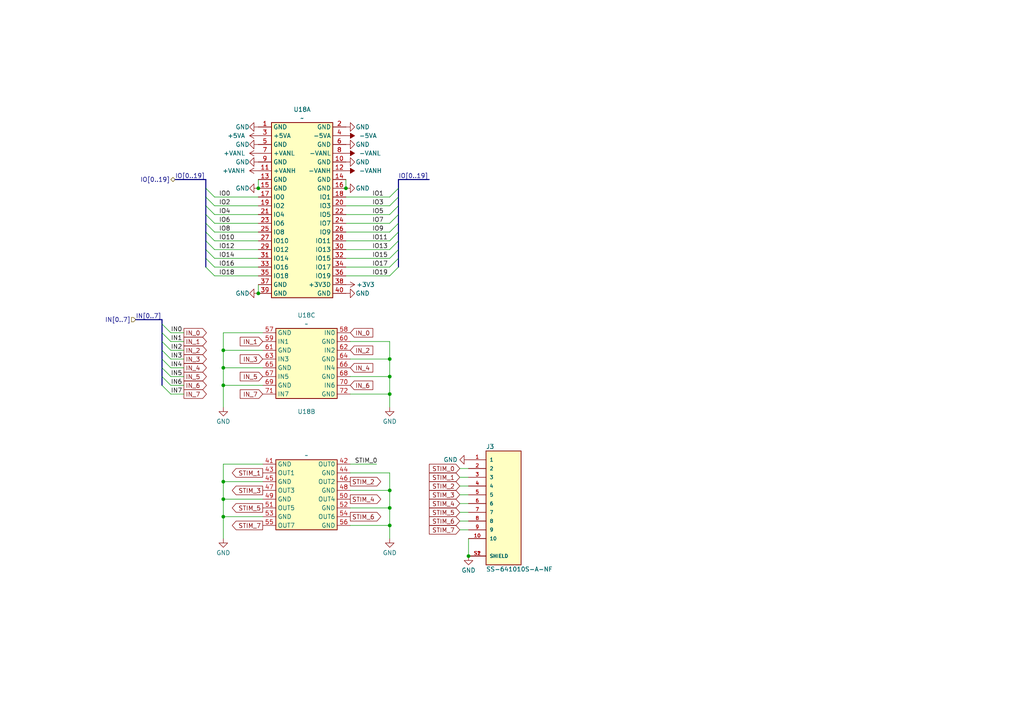
<source format=kicad_sch>
(kicad_sch (version 20250114) (generator "eeschema") (generator_version "9.0")
  (paper "A4")
  (lib_symbols
    (symbol "+VANH_1" (power) (pin_names (offset 0))
      (property "Value" "+VANH" (at 0 4.1331 0))
      (symbol "+VANH_1_0_1"
        (polyline (pts (xy -0.762 1.27) (xy 0 2.54)))
        (polyline (pts (xy 0 2.54) (xy 0.762 1.27)))
        (polyline (pts (xy 0 0) (xy 0 2.54)))
      )
      (symbol "+VANH_1_1_1"
        (pin power_in line (at 0 0 90) (length 0) (hide yes) (name "+VANH") (number "1"))
      )
    )
    (symbol "+VANL_1" (power) (pin_names (offset 0))
      (property "Value" "+VANL_1" (at 0 4.1331 0))
      (symbol "+VANL_1_0_1"
        (polyline (pts (xy -0.762 1.27) (xy 0 2.54)))
        (polyline (pts (xy 0 2.54) (xy 0.762 1.27)))
        (polyline (pts (xy 0 0) (xy 0 2.54)))
      )
      (symbol "+VANL_1_1_1"
        (pin power_in line (at 0 0 90) (length 0) (hide yes) (name "+VANL") (number "1"))
      )
    )
    (symbol "-VANH_1" (power) (pin_names (offset 0))
      (property "Value" "-VANH_1" (at 0 4.1331 0))
      (symbol "-VANH_1_0_1"
        (polyline (pts (xy 0 0) (xy 0 1.27) (xy 0.762 1.27) (xy 0 2.54) (xy -0.762 1.27) (xy 0 1.27)) (fill (type outline)))
      )
      (symbol "-VANH_1_1_0"
        (pin power_in line (at 0 0 90) (length 0) (hide yes) (name "-VANH") (number "1"))
      )
    )
    (symbol "-VANL_1" (power) (pin_names (offset 0))
      (property "Value" "-VANL_1" (at 0 4.1331 0))
      (symbol "-VANL_1_0_1"
        (polyline (pts (xy 0 0) (xy 0 1.27) (xy 0.762 1.27) (xy 0 2.54) (xy -0.762 1.27) (xy 0 1.27)) (fill (type outline)))
      )
      (symbol "-VANL_1_1_0"
        (pin power_in line (at 0 0 90) (length 0) (hide yes) (name "-VANL") (number "1"))
      )
    )
    (symbol "DAUGHTER_BOARD_1"
      (property "Reference" "U" (at 2.032 -3.81 0))
      (symbol "DAUGHTER_BOARD_1_1_1"
        (rectangle (start 0 50.8) (end 17.78 0) (stroke (width 0.254)) (fill (type background)))
        (pin passive line (at -3.81 49.53 0) (length 3.81) (name "GND") (number "1"))
        (pin power_in line (at -3.81 46.99 0) (length 3.81) (name "+5VA") (number "3"))
        (pin passive line (at -3.81 44.45 0) (length 3.81) (name "GND") (number "5"))
        (pin power_in line (at -3.81 41.91 0) (length 3.81) (name "+VANL") (number "7"))
        (pin passive line (at -3.81 39.37 0) (length 3.81) (name "GND") (number "9"))
        (pin power_in line (at -3.81 36.83 0) (length 3.81) (name "+VANH") (number "11"))
        (pin passive line (at -3.81 34.29 0) (length 3.81) (name "GND") (number "13"))
        (pin power_in line (at -3.81 31.75 0) (length 3.81) (name "GND") (number "15"))
        (pin bidirectional line (at -3.81 29.21 0) (length 3.81) (name "IO0") (number "17"))
        (pin bidirectional line (at -3.81 26.67 0) (length 3.81) (name "IO2") (number "19"))
        (pin bidirectional line (at -3.81 24.13 0) (length 3.81) (name "IO4") (number "21"))
        (pin bidirectional line (at -3.81 21.59 0) (length 3.81) (name "IO6") (number "23"))
        (pin bidirectional line (at -3.81 19.05 0) (length 3.81) (name "IO8") (number "25"))
        (pin bidirectional line (at -3.81 16.51 0) (length 3.81) (name "IO10") (number "27"))
        (pin bidirectional line (at -3.81 13.97 0) (length 3.81) (name "IO12") (number "29"))
        (pin bidirectional line (at -3.81 11.43 0) (length 3.81) (name "IO14") (number "31"))
        (pin bidirectional line (at -3.81 8.89 0) (length 3.81) (name "IO16") (number "33"))
        (pin bidirectional line (at -3.81 6.35 0) (length 3.81) (name "IO18") (number "35"))
        (pin passive line (at -3.81 3.81 0) (length 3.81) (name "GND") (number "37"))
        (pin passive line (at -3.81 1.27 0) (length 3.81) (name "GND") (number "39"))
        (pin passive line (at 21.59 49.53 180) (length 3.81) (name "GND") (number "2"))
        (pin power_in line (at 21.59 46.99 180) (length 3.81) (name "-5VA") (number "4"))
        (pin passive line (at 21.59 44.45 180) (length 3.81) (name "GND") (number "6"))
        (pin power_in line (at 21.59 41.91 180) (length 3.81) (name "-VANL") (number "8"))
        (pin passive line (at 21.59 39.37 180) (length 3.81) (name "GND") (number "10"))
        (pin power_in line (at 21.59 36.83 180) (length 3.81) (name "-VANH") (number "12"))
        (pin passive line (at 21.59 34.29 180) (length 3.81) (name "GND") (number "14"))
        (pin passive line (at 21.59 31.75 180) (length 3.81) (name "GND") (number "16"))
        (pin bidirectional line (at 21.59 29.21 180) (length 3.81) (name "IO1") (number "18"))
        (pin bidirectional line (at 21.59 26.67 180) (length 3.81) (name "IO3") (number "20"))
        (pin bidirectional line (at 21.59 24.13 180) (length 3.81) (name "IO5") (number "22"))
        (pin bidirectional line (at 21.59 21.59 180) (length 3.81) (name "IO7") (number "24"))
        (pin bidirectional line (at 21.59 19.05 180) (length 3.81) (name "IO9") (number "26"))
        (pin bidirectional line (at 21.59 16.51 180) (length 3.81) (name "IO11") (number "28"))
        (pin bidirectional line (at 21.59 13.97 180) (length 3.81) (name "IO13") (number "30"))
        (pin bidirectional line (at 21.59 11.43 180) (length 3.81) (name "IO15") (number "32"))
        (pin bidirectional line (at 21.59 8.89 180) (length 3.81) (name "IO17") (number "34"))
        (pin bidirectional line (at 21.59 6.35 180) (length 3.81) (name "IO19") (number "36"))
        (pin power_in line (at 21.59 3.81 180) (length 3.81) (name "+3V3D") (number "38"))
        (pin passive line (at 21.59 1.27 180) (length 3.81) (name "GND") (number "40"))
      )
      (symbol "DAUGHTER_BOARD_1_2_1"
        (rectangle (start 0 20.32) (end 17.78 0) (stroke (width 0.254)) (fill (type background)))
        (pin passive line (at -3.81 19.05 0) (length 3.81) (name "GND") (number "41"))
        (pin output line (at -3.81 16.51 0) (length 3.81) (name "OUT1") (number "43"))
        (pin passive line (at -3.81 13.97 0) (length 3.81) (name "GND") (number "45"))
        (pin output line (at -3.81 11.43 0) (length 3.81) (name "OUT3") (number "47"))
        (pin passive line (at -3.81 8.89 0) (length 3.81) (name "GND") (number "49"))
        (pin output line (at -3.81 6.35 0) (length 3.81) (name "OUT5") (number "51"))
        (pin passive line (at -3.81 3.81 0) (length 3.81) (name "GND") (number "53"))
        (pin output line (at -3.81 1.27 0) (length 3.81) (name "OUT7") (number "55"))
        (pin output line (at 21.59 19.05 180) (length 3.81) (name "OUT0") (number "42"))
        (pin passive line (at 21.59 16.51 180) (length 3.81) (name "GND") (number "44"))
        (pin output line (at 21.59 13.97 180) (length 3.81) (name "OUT2") (number "46"))
        (pin passive line (at 21.59 11.43 180) (length 3.81) (name "GND") (number "48"))
        (pin output line (at 21.59 8.89 180) (length 3.81) (name "OUT4") (number "50"))
        (pin passive line (at 21.59 6.35 180) (length 3.81) (name "GND") (number "52"))
        (pin output line (at 21.59 3.81 180) (length 3.81) (name "OUT6") (number "54"))
        (pin passive line (at 21.59 1.27 180) (length 3.81) (name "GND") (number "56"))
      )
      (symbol "DAUGHTER_BOARD_1_3_1"
        (rectangle (start 0 20.32) (end 17.78 0) (stroke (width 0.254)) (fill (type background)))
        (pin passive line (at -3.81 19.05 0) (length 3.81) (name "GND") (number "57"))
        (pin input line (at -3.81 16.51 0) (length 3.81) (name "IN1") (number "59"))
        (pin passive line (at -3.81 13.97 0) (length 3.81) (name "GND") (number "61"))
        (pin input line (at -3.81 11.43 0) (length 3.81) (name "IN3") (number "63"))
        (pin passive line (at -3.81 8.89 0) (length 3.81) (name "GND") (number "65"))
        (pin input line (at -3.81 6.35 0) (length 3.81) (name "IN5") (number "67"))
        (pin passive line (at -3.81 3.81 0) (length 3.81) (name "GND") (number "69"))
        (pin input line (at -3.81 1.27 0) (length 3.81) (name "IN7") (number "71"))
        (pin input line (at 21.59 19.05 180) (length 3.81) (name "IN0") (number "58"))
        (pin passive line (at 21.59 16.51 180) (length 3.81) (name "GND") (number "60"))
        (pin input line (at 21.59 13.97 180) (length 3.81) (name "IN2") (number "62"))
        (pin passive line (at 21.59 11.43 180) (length 3.81) (name "GND") (number "64"))
        (pin input line (at 21.59 8.89 180) (length 3.81) (name "IN4") (number "66"))
        (pin passive line (at 21.59 6.35 180) (length 3.81) (name "GND") (number "68"))
        (pin input line (at 21.59 3.81 180) (length 3.81) (name "IN6") (number "70"))
        (pin passive line (at 21.59 1.27 180) (length 3.81) (name "GND") (number "72"))
      )
    )
    (symbol "DAUGHTER_BOARD_2"
      (property "Reference" "U" (at 2.032 -3.81 0))
      (symbol "DAUGHTER_BOARD_2_1_1"
        (rectangle (start 0 50.8) (end 17.78 0) (stroke (width 0.254)) (fill (type background)))
        (pin passive line (at -3.81 49.53 0) (length 3.81) (name "GND") (number "1"))
        (pin power_in line (at -3.81 46.99 0) (length 3.81) (name "+5VA") (number "3"))
        (pin passive line (at -3.81 44.45 0) (length 3.81) (name "GND") (number "5"))
        (pin power_in line (at -3.81 41.91 0) (length 3.81) (name "+VANL") (number "7"))
        (pin passive line (at -3.81 39.37 0) (length 3.81) (name "GND") (number "9"))
        (pin power_in line (at -3.81 36.83 0) (length 3.81) (name "+VANH") (number "11"))
        (pin passive line (at -3.81 34.29 0) (length 3.81) (name "GND") (number "13"))
        (pin power_in line (at -3.81 31.75 0) (length 3.81) (name "GND") (number "15"))
        (pin bidirectional line (at -3.81 29.21 0) (length 3.81) (name "IO0") (number "17"))
        (pin bidirectional line (at -3.81 26.67 0) (length 3.81) (name "IO2") (number "19"))
        (pin bidirectional line (at -3.81 24.13 0) (length 3.81) (name "IO4") (number "21"))
        (pin bidirectional line (at -3.81 21.59 0) (length 3.81) (name "IO6") (number "23"))
        (pin bidirectional line (at -3.81 19.05 0) (length 3.81) (name "IO8") (number "25"))
        (pin bidirectional line (at -3.81 16.51 0) (length 3.81) (name "IO10") (number "27"))
        (pin bidirectional line (at -3.81 13.97 0) (length 3.81) (name "IO12") (number "29"))
        (pin bidirectional line (at -3.81 11.43 0) (length 3.81) (name "IO14") (number "31"))
        (pin bidirectional line (at -3.81 8.89 0) (length 3.81) (name "IO16") (number "33"))
        (pin bidirectional line (at -3.81 6.35 0) (length 3.81) (name "IO18") (number "35"))
        (pin passive line (at -3.81 3.81 0) (length 3.81) (name "GND") (number "37"))
        (pin passive line (at -3.81 1.27 0) (length 3.81) (name "GND") (number "39"))
        (pin passive line (at 21.59 49.53 180) (length 3.81) (name "GND") (number "2"))
        (pin power_in line (at 21.59 46.99 180) (length 3.81) (name "-5VA") (number "4"))
        (pin passive line (at 21.59 44.45 180) (length 3.81) (name "GND") (number "6"))
        (pin power_in line (at 21.59 41.91 180) (length 3.81) (name "-VANL") (number "8"))
        (pin passive line (at 21.59 39.37 180) (length 3.81) (name "GND") (number "10"))
        (pin power_in line (at 21.59 36.83 180) (length 3.81) (name "-VANH") (number "12"))
        (pin passive line (at 21.59 34.29 180) (length 3.81) (name "GND") (number "14"))
        (pin passive line (at 21.59 31.75 180) (length 3.81) (name "GND") (number "16"))
        (pin bidirectional line (at 21.59 29.21 180) (length 3.81) (name "IO1") (number "18"))
        (pin bidirectional line (at 21.59 26.67 180) (length 3.81) (name "IO3") (number "20"))
        (pin bidirectional line (at 21.59 24.13 180) (length 3.81) (name "IO5") (number "22"))
        (pin bidirectional line (at 21.59 21.59 180) (length 3.81) (name "IO7") (number "24"))
        (pin bidirectional line (at 21.59 19.05 180) (length 3.81) (name "IO9") (number "26"))
        (pin bidirectional line (at 21.59 16.51 180) (length 3.81) (name "IO11") (number "28"))
        (pin bidirectional line (at 21.59 13.97 180) (length 3.81) (name "IO13") (number "30"))
        (pin bidirectional line (at 21.59 11.43 180) (length 3.81) (name "IO15") (number "32"))
        (pin bidirectional line (at 21.59 8.89 180) (length 3.81) (name "IO17") (number "34"))
        (pin bidirectional line (at 21.59 6.35 180) (length 3.81) (name "IO19") (number "36"))
        (pin power_in line (at 21.59 3.81 180) (length 3.81) (name "+5VD") (number "38"))
        (pin passive line (at 21.59 1.27 180) (length 3.81) (name "GND") (number "40"))
      )
      (symbol "DAUGHTER_BOARD_2_2_1"
        (rectangle (start 0 20.32) (end 17.78 0) (stroke (width 0.254)) (fill (type background)))
        (pin passive line (at -3.81 19.05 0) (length 3.81) (name "GND") (number "41"))
        (pin output line (at -3.81 16.51 0) (length 3.81) (name "OUT1") (number "43"))
        (pin passive line (at -3.81 13.97 0) (length 3.81) (name "GND") (number "45"))
        (pin output line (at -3.81 11.43 0) (length 3.81) (name "OUT3") (number "47"))
        (pin passive line (at -3.81 8.89 0) (length 3.81) (name "GND") (number "49"))
        (pin output line (at -3.81 6.35 0) (length 3.81) (name "OUT5") (number "51"))
        (pin passive line (at -3.81 3.81 0) (length 3.81) (name "GND") (number "53"))
        (pin output line (at -3.81 1.27 0) (length 3.81) (name "OUT7") (number "55"))
        (pin output line (at 21.59 19.05 180) (length 3.81) (name "OUT0") (number "42"))
        (pin passive line (at 21.59 16.51 180) (length 3.81) (name "GND") (number "44"))
        (pin output line (at 21.59 13.97 180) (length 3.81) (name "OUT2") (number "46"))
        (pin passive line (at 21.59 11.43 180) (length 3.81) (name "GND") (number "48"))
        (pin output line (at 21.59 8.89 180) (length 3.81) (name "OUT4") (number "50"))
        (pin passive line (at 21.59 6.35 180) (length 3.81) (name "GND") (number "52"))
        (pin output line (at 21.59 3.81 180) (length 3.81) (name "OUT6") (number "54"))
        (pin passive line (at 21.59 1.27 180) (length 3.81) (name "GND") (number "56"))
      )
      (symbol "DAUGHTER_BOARD_2_3_1"
        (rectangle (start 0 20.32) (end 17.78 0) (stroke (width 0.254)) (fill (type background)))
        (pin passive line (at -3.81 19.05 0) (length 3.81) (name "GND") (number "57"))
        (pin input line (at -3.81 16.51 0) (length 3.81) (name "IN1") (number "59"))
        (pin passive line (at -3.81 13.97 0) (length 3.81) (name "GND") (number "61"))
        (pin input line (at -3.81 11.43 0) (length 3.81) (name "IN3") (number "63"))
        (pin passive line (at -3.81 8.89 0) (length 3.81) (name "GND") (number "65"))
        (pin input line (at -3.81 6.35 0) (length 3.81) (name "IN5") (number "67"))
        (pin passive line (at -3.81 3.81 0) (length 3.81) (name "GND") (number "69"))
        (pin input line (at -3.81 1.27 0) (length 3.81) (name "IN7") (number "71"))
        (pin input line (at 21.59 19.05 180) (length 3.81) (name "IN0") (number "58"))
        (pin passive line (at 21.59 16.51 180) (length 3.81) (name "GND") (number "60"))
        (pin input line (at 21.59 13.97 180) (length 3.81) (name "IN2") (number "62"))
        (pin passive line (at 21.59 11.43 180) (length 3.81) (name "GND") (number "64"))
        (pin input line (at 21.59 8.89 180) (length 3.81) (name "IN4") (number "66"))
        (pin passive line (at 21.59 6.35 180) (length 3.81) (name "GND") (number "68"))
        (pin input line (at 21.59 3.81 180) (length 3.81) (name "IN6") (number "70"))
        (pin passive line (at 21.59 1.27 180) (length 3.81) (name "GND") (number "72"))
      )
    )
    (symbol "SS-641010S-A-NF:SS-641010S-A-NF" (pin_names (offset 1.016))
      (property "Reference" "J" (at -5.08 16.51 0))
      (property "Value" "SS-641010S-A-NF" (at -5.08 -19.05 0))
      (symbol "SS-641010S-A-NF_0_0"
        (rectangle (start -5.08 -17.78) (end 5.08 15.24) (stroke (width 0.254)) (fill (type background)))
        (pin passive line (at -10.16 12.7 0) (length 5.08) (name "1") (number "1"))
        (pin passive line (at -10.16 10.16 0) (length 5.08) (name "2") (number "2"))
        (pin passive line (at -10.16 7.62 0) (length 5.08) (name "3") (number "3"))
        (pin passive line (at -10.16 5.08 0) (length 5.08) (name "4") (number "4"))
        (pin passive line (at -10.16 2.54 0) (length 5.08) (name "5") (number "5"))
        (pin passive line (at -10.16 0 0) (length 5.08) (name "6") (number "6"))
        (pin passive line (at -10.16 -2.54 0) (length 5.08) (name "7") (number "7"))
        (pin passive line (at -10.16 -5.08 0) (length 5.08) (name "8") (number "8"))
        (pin passive line (at -10.16 -7.62 0) (length 5.08) (name "9") (number "9"))
        (pin passive line (at -10.16 -10.16 0) (length 5.08) (name "10") (number "10"))
        (pin passive line (at -10.16 -15.24 0) (length 5.08) (name "SHIELD") (number "S1"))
        (pin passive line (at -10.16 -15.24 0) (length 5.08) (name "SHIELD") (number "S2"))
      )
    )
    (symbol "TWIST_V2_lib:DAUGHTER_BOARD"
      (property "Reference" "U" (at 2.032 -3.81 0))
      (symbol "DAUGHTER_BOARD_1_1"
        (rectangle (start 0 50.8) (end 17.78 0) (stroke (width 0.254)) (fill (type background)))
        (pin passive line (at -3.81 49.53 0) (length 3.81) (name "GND") (number "1"))
        (pin power_in line (at -3.81 46.99 0) (length 3.81) (name "+5VA") (number "3"))
        (pin passive line (at -3.81 44.45 0) (length 3.81) (name "GND") (number "5"))
        (pin power_in line (at -3.81 41.91 0) (length 3.81) (name "+VANL") (number "7"))
        (pin passive line (at -3.81 39.37 0) (length 3.81) (name "GND") (number "9"))
        (pin power_in line (at -3.81 36.83 0) (length 3.81) (name "+VANH") (number "11"))
        (pin passive line (at -3.81 34.29 0) (length 3.81) (name "GND") (number "13"))
        (pin power_in line (at -3.81 31.75 0) (length 3.81) (name "GND") (number "15"))
        (pin bidirectional line (at -3.81 29.21 0) (length 3.81) (name "IO0") (number "17"))
        (pin bidirectional line (at -3.81 26.67 0) (length 3.81) (name "IO2") (number "19"))
        (pin bidirectional line (at -3.81 24.13 0) (length 3.81) (name "IO4") (number "21"))
        (pin bidirectional line (at -3.81 21.59 0) (length 3.81) (name "IO6") (number "23"))
        (pin bidirectional line (at -3.81 19.05 0) (length 3.81) (name "IO8") (number "25"))
        (pin bidirectional line (at -3.81 16.51 0) (length 3.81) (name "IO10") (number "27"))
        (pin bidirectional line (at -3.81 13.97 0) (length 3.81) (name "IO12") (number "29"))
        (pin bidirectional line (at -3.81 11.43 0) (length 3.81) (name "IO14") (number "31"))
        (pin bidirectional line (at -3.81 8.89 0) (length 3.81) (name "IO16") (number "33"))
        (pin bidirectional line (at -3.81 6.35 0) (length 3.81) (name "IO18") (number "35"))
        (pin passive line (at -3.81 3.81 0) (length 3.81) (name "GND") (number "37"))
        (pin passive line (at -3.81 1.27 0) (length 3.81) (name "GND") (number "39"))
        (pin passive line (at 21.59 49.53 180) (length 3.81) (name "GND") (number "2"))
        (pin power_in line (at 21.59 46.99 180) (length 3.81) (name "-5VA") (number "4"))
        (pin passive line (at 21.59 44.45 180) (length 3.81) (name "GND") (number "6"))
        (pin power_in line (at 21.59 41.91 180) (length 3.81) (name "-VANL") (number "8"))
        (pin passive line (at 21.59 39.37 180) (length 3.81) (name "GND") (number "10"))
        (pin power_in line (at 21.59 36.83 180) (length 3.81) (name "-VANH") (number "12"))
        (pin passive line (at 21.59 34.29 180) (length 3.81) (name "GND") (number "14"))
        (pin passive line (at 21.59 31.75 180) (length 3.81) (name "GND") (number "16"))
        (pin bidirectional line (at 21.59 29.21 180) (length 3.81) (name "IO1") (number "18"))
        (pin bidirectional line (at 21.59 26.67 180) (length 3.81) (name "IO3") (number "20"))
        (pin bidirectional line (at 21.59 24.13 180) (length 3.81) (name "IO5") (number "22"))
        (pin bidirectional line (at 21.59 21.59 180) (length 3.81) (name "IO7") (number "24"))
        (pin bidirectional line (at 21.59 19.05 180) (length 3.81) (name "IO9") (number "26"))
        (pin bidirectional line (at 21.59 16.51 180) (length 3.81) (name "IO11") (number "28"))
        (pin bidirectional line (at 21.59 13.97 180) (length 3.81) (name "IO13") (number "30"))
        (pin bidirectional line (at 21.59 11.43 180) (length 3.81) (name "IO15") (number "32"))
        (pin bidirectional line (at 21.59 8.89 180) (length 3.81) (name "IO17") (number "34"))
        (pin bidirectional line (at 21.59 6.35 180) (length 3.81) (name "IO19") (number "36"))
        (pin power_in line (at 21.59 3.81 180) (length 3.81) (name "+5VD") (number "38"))
        (pin passive line (at 21.59 1.27 180) (length 3.81) (name "GND") (number "40"))
      )
      (symbol "DAUGHTER_BOARD_2_1"
        (rectangle (start 0 20.32) (end 17.78 0) (stroke (width 0.254)) (fill (type background)))
        (pin passive line (at -3.81 19.05 0) (length 3.81) (name "GND") (number "41"))
        (pin output line (at -3.81 16.51 0) (length 3.81) (name "OUT1") (number "43"))
        (pin passive line (at -3.81 13.97 0) (length 3.81) (name "GND") (number "45"))
        (pin output line (at -3.81 11.43 0) (length 3.81) (name "OUT3") (number "47"))
        (pin passive line (at -3.81 8.89 0) (length 3.81) (name "GND") (number "49"))
        (pin output line (at -3.81 6.35 0) (length 3.81) (name "OUT5") (number "51"))
        (pin passive line (at -3.81 3.81 0) (length 3.81) (name "GND") (number "53"))
        (pin output line (at -3.81 1.27 0) (length 3.81) (name "OUT7") (number "55"))
        (pin output line (at 21.59 19.05 180) (length 3.81) (name "OUT0") (number "42"))
        (pin passive line (at 21.59 16.51 180) (length 3.81) (name "GND") (number "44"))
        (pin output line (at 21.59 13.97 180) (length 3.81) (name "OUT2") (number "46"))
        (pin passive line (at 21.59 11.43 180) (length 3.81) (name "GND") (number "8"))
        (pin output line (at 21.59 8.89 180) (length 3.81) (name "OUT4") (number "50"))
        (pin passive line (at 21.59 6.35 180) (length 3.81) (name "GND") (number "52"))
        (pin output line (at 21.59 3.81 180) (length 3.81) (name "OUT6") (number "54"))
        (pin passive line (at 21.59 1.27 180) (length 3.81) (name "GND") (number "56"))
      )
      (symbol "DAUGHTER_BOARD_3_1"
        (rectangle (start 0 20.32) (end 17.78 0) (stroke (width 0.254)) (fill (type background)))
        (pin passive line (at -3.81 19.05 0) (length 3.81) (name "GND") (number "57"))
        (pin input line (at -3.81 16.51 0) (length 3.81) (name "IN1") (number "59"))
        (pin passive line (at -3.81 13.97 0) (length 3.81) (name "GND") (number "61"))
        (pin input line (at -3.81 11.43 0) (length 3.81) (name "IN3") (number "63"))
        (pin passive line (at -3.81 8.89 0) (length 3.81) (name "GND") (number "65"))
        (pin input line (at -3.81 6.35 0) (length 3.81) (name "IN5") (number "67"))
        (pin passive line (at -3.81 3.81 0) (length 3.81) (name "GND") (number "69"))
        (pin input line (at -3.81 1.27 0) (length 3.81) (name "IN7") (number "71"))
        (pin input line (at 21.59 19.05 180) (length 3.81) (name "IN0") (number "58"))
        (pin passive line (at 21.59 16.51 180) (length 3.81) (name "GND") (number "60"))
        (pin input line (at 21.59 13.97 180) (length 3.81) (name "IN2") (number "62"))
        (pin passive line (at 21.59 11.43 180) (length 3.81) (name "GND") (number "64"))
        (pin input line (at 21.59 8.89 180) (length 3.81) (name "IN4") (number "66"))
        (pin passive line (at 21.59 6.35 180) (length 3.81) (name "GND") (number "68"))
        (pin input line (at 21.59 3.81 180) (length 3.81) (name "IN6") (number "70"))
        (pin passive line (at 21.59 1.27 180) (length 3.81) (name "GND") (number "72"))
      )
    )
    (symbol "power:+3V3D" (power) (pin_names (offset 0))
      (property "Value" "+3V3D" (at 0 3.556 0))
      (symbol "+3V3D_0_1"
        (polyline (pts (xy -0.762 1.27) (xy 0 2.54)))
        (polyline (pts (xy 0 2.54) (xy 0.762 1.27)))
        (polyline (pts (xy 0 0) (xy 0 2.54)))
      )
      (symbol "+3V3D_1_1"
        (pin power_in line (at 0 0 90) (length 0) (hide yes) (name "+3V3") (number "1"))
      )
    )
    (symbol "power:+5VA" (power) (pin_names (offset 0))
      (property "Value" "+5VA" (at 0 3.556 0))
      (symbol "+5VA_0_1"
        (polyline (pts (xy -0.762 1.27) (xy 0 2.54)))
        (polyline (pts (xy 0 2.54) (xy 0.762 1.27)))
        (polyline (pts (xy 0 0) (xy 0 2.54)))
      )
      (symbol "+5VA_1_1"
        (pin power_in line (at 0 0 90) (length 0) (hide yes) (name "+5VA") (number "1"))
      )
    )
    (symbol "power:-5VA" (power) (pin_names (offset 0))
      (property "Value" "-5VA" (at 0 3.81 0))
      (symbol "-5VA_0_0"
        (pin power_in line (at 0 0 90) (length 0) (hide yes) (name "-5VA") (number "1"))
      )
      (symbol "-5VA_0_1"
        (polyline (pts (xy 0 0) (xy 0 1.27) (xy 0.762 1.27) (xy 0 2.54) (xy -0.762 1.27) (xy 0 1.27)) (fill (type outline)))
      )
    )
    (symbol "power:GND" (power) (pin_names (offset 0))
      (property "Value" "GND" (at 0 -3.81 0))
      (symbol "GND_0_1"
        (polyline (pts (xy 0 0) (xy 0 -1.27) (xy 1.27 -1.27) (xy 0 -2.54) (xy -1.27 -1.27) (xy 0 -1.27)))
      )
      (symbol "GND_1_1"
        (pin power_in line (at 0 0 270) (length 0) (hide yes) (name "GND") (number "1"))
      )
    )
  )
  (junction (at 64.77 106.68))
  (junction (at 135.89 161.29))
  (junction (at 64.77 111.76))
  (junction (at 74.93 85.09))
  (junction (at 113.03 147.32))
  (junction (at 64.77 101.6))
  (junction (at 113.03 152.4))
  (junction (at 64.77 139.7))
  (junction (at 113.03 142.24))
  (junction (at 113.03 109.22))
  (junction (at 100.33 54.61))
  (junction (at 64.77 149.86))
  (junction (at 74.93 54.61))
  (junction (at 113.03 104.14))
  (junction (at 113.03 114.3))
  (junction (at 64.77 144.78))
  (bus_entry (at 113.03 57.15) (size 2.54 -2.54))
  (bus_entry (at 113.03 80.01) (size 2.54 -2.54))
  (bus_entry (at 59.69 59.69) (size 2.54 2.54))
  (bus_entry (at 59.69 54.61) (size 2.54 2.54))
  (bus_entry (at 59.69 69.85) (size 2.54 2.54))
  (bus_entry (at 59.69 62.23) (size 2.54 2.54))
  (bus_entry (at 46.99 101.6) (size 2.54 2.54))
  (bus_entry (at 59.69 57.15) (size 2.54 2.54))
  (bus_entry (at 46.99 93.98) (size 2.54 2.54))
  (bus_entry (at 46.99 111.76) (size 2.54 2.54))
  (bus_entry (at 59.69 67.31) (size 2.54 2.54))
  (bus_entry (at 113.03 64.77) (size 2.54 -2.54))
  (bus_entry (at 113.03 59.69) (size 2.54 -2.54))
  (bus_entry (at 59.69 74.93) (size 2.54 2.54))
  (bus_entry (at 46.99 104.14) (size 2.54 2.54))
  (bus_entry (at 59.69 64.77) (size 2.54 2.54))
  (bus_entry (at 46.99 109.22) (size 2.54 2.54))
  (bus_entry (at 113.03 77.47) (size 2.54 -2.54))
  (bus_entry (at 113.03 67.31) (size 2.54 -2.54))
  (bus_entry (at 59.69 77.47) (size 2.54 2.54))
  (bus_entry (at 46.99 99.06) (size 2.54 2.54))
  (bus_entry (at 113.03 72.39) (size 2.54 -2.54))
  (bus_entry (at 59.69 72.39) (size 2.54 2.54))
  (bus_entry (at 46.99 96.52) (size 2.54 2.54))
  (bus_entry (at 113.03 69.85) (size 2.54 -2.54))
  (bus_entry (at 46.99 106.68) (size 2.54 2.54))
  (bus_entry (at 113.03 62.23) (size 2.54 -2.54))
  (bus_entry (at 113.03 74.93) (size 2.54 -2.54))
  (bus (pts (xy 59.69 64.77) (xy 59.69 67.31)))
  (wire (pts (xy 64.77 101.6) (xy 64.77 106.68)))
  (wire (pts (xy 100.33 52.07) (xy 100.33 54.61)))
  (wire (pts (xy 100.33 72.39) (xy 113.03 72.39)))
  (wire (pts (xy 49.53 96.52) (xy 53.34 96.52)))
  (wire (pts (xy 133.35 143.51) (xy 135.89 143.51)))
  (bus (pts (xy 46.99 106.68) (xy 46.99 109.22)))
  (bus (pts (xy 39.37 92.71) (xy 46.99 92.71)))
  (wire (pts (xy 62.23 62.23) (xy 74.93 62.23)))
  (wire (pts (xy 62.23 74.93) (xy 74.93 74.93)))
  (bus (pts (xy 59.69 52.07) (xy 59.69 54.61)))
  (wire (pts (xy 100.33 64.77) (xy 113.03 64.77)))
  (wire (pts (xy 62.23 57.15) (xy 74.93 57.15)))
  (wire (pts (xy 100.33 77.47) (xy 113.03 77.47)))
  (wire (pts (xy 113.03 109.22) (xy 113.03 114.3)))
  (bus (pts (xy 115.57 67.31) (xy 115.57 69.85)))
  (wire (pts (xy 101.6 137.16) (xy 113.03 137.16)))
  (wire (pts (xy 101.6 147.32) (xy 113.03 147.32)))
  (bus (pts (xy 46.99 101.6) (xy 46.99 104.14)))
  (bus (pts (xy 59.69 72.39) (xy 59.69 74.93)))
  (wire (pts (xy 64.77 106.68) (xy 64.77 111.76)))
  (wire (pts (xy 64.77 139.7) (xy 64.77 144.78)))
  (wire (pts (xy 62.23 72.39) (xy 74.93 72.39)))
  (wire (pts (xy 101.6 134.62) (xy 109.22 134.62)))
  (wire (pts (xy 135.89 156.21) (xy 135.89 161.29)))
  (wire (pts (xy 49.53 106.68) (xy 53.34 106.68)))
  (wire (pts (xy 49.53 111.76) (xy 53.34 111.76)))
  (wire (pts (xy 64.77 149.86) (xy 64.77 156.21)))
  (wire (pts (xy 62.23 80.01) (xy 74.93 80.01)))
  (wire (pts (xy 62.23 59.69) (xy 74.93 59.69)))
  (bus (pts (xy 59.69 59.69) (xy 59.69 62.23)))
  (wire (pts (xy 49.53 114.3) (xy 53.34 114.3)))
  (bus (pts (xy 115.57 72.39) (xy 115.57 74.93)))
  (wire (pts (xy 100.33 59.69) (xy 113.03 59.69)))
  (wire (pts (xy 101.6 109.22) (xy 113.03 109.22)))
  (wire (pts (xy 100.33 62.23) (xy 113.03 62.23)))
  (bus (pts (xy 59.69 54.61) (xy 59.69 57.15)))
  (wire (pts (xy 133.35 148.59) (xy 135.89 148.59)))
  (bus (pts (xy 115.57 57.15) (xy 115.57 59.69)))
  (wire (pts (xy 133.35 146.05) (xy 135.89 146.05)))
  (wire (pts (xy 133.35 135.89) (xy 135.89 135.89)))
  (bus (pts (xy 59.69 57.15) (xy 59.69 59.69)))
  (wire (pts (xy 113.03 142.24) (xy 113.03 147.32)))
  (wire (pts (xy 101.6 142.24) (xy 113.03 142.24)))
  (bus (pts (xy 59.69 69.85) (xy 59.69 72.39)))
  (bus (pts (xy 115.57 52.07) (xy 115.57 54.61)))
  (wire (pts (xy 133.35 153.67) (xy 135.89 153.67)))
  (wire (pts (xy 101.6 99.06) (xy 113.03 99.06)))
  (wire (pts (xy 64.77 96.52) (xy 64.77 101.6)))
  (wire (pts (xy 113.03 152.4) (xy 113.03 156.21)))
  (bus (pts (xy 115.57 59.69) (xy 115.57 62.23)))
  (wire (pts (xy 113.03 99.06) (xy 113.03 104.14)))
  (wire (pts (xy 49.53 99.06) (xy 53.34 99.06)))
  (wire (pts (xy 62.23 77.47) (xy 74.93 77.47)))
  (bus (pts (xy 115.57 74.93) (xy 115.57 77.47)))
  (bus (pts (xy 46.99 93.98) (xy 46.99 96.52)))
  (wire (pts (xy 101.6 104.14) (xy 113.03 104.14)))
  (bus (pts (xy 46.99 92.71) (xy 46.99 93.98)))
  (wire (pts (xy 100.33 57.15) (xy 113.03 57.15)))
  (bus (pts (xy 115.57 54.61) (xy 115.57 57.15)))
  (bus (pts (xy 46.99 99.06) (xy 46.99 101.6)))
  (wire (pts (xy 100.33 67.31) (xy 113.03 67.31)))
  (bus (pts (xy 46.99 104.14) (xy 46.99 106.68)))
  (wire (pts (xy 133.35 140.97) (xy 135.89 140.97)))
  (bus (pts (xy 115.57 62.23) (xy 115.57 64.77)))
  (wire (pts (xy 62.23 69.85) (xy 74.93 69.85)))
  (wire (pts (xy 64.77 144.78) (xy 76.2 144.78)))
  (wire (pts (xy 101.6 152.4) (xy 113.03 152.4)))
  (wire (pts (xy 74.93 82.55) (xy 74.93 85.09)))
  (bus (pts (xy 115.57 64.77) (xy 115.57 67.31)))
  (wire (pts (xy 62.23 67.31) (xy 74.93 67.31)))
  (wire (pts (xy 101.6 114.3) (xy 113.03 114.3)))
  (bus (pts (xy 59.69 74.93) (xy 59.69 77.47)))
  (wire (pts (xy 113.03 137.16) (xy 113.03 142.24)))
  (wire (pts (xy 100.33 69.85) (xy 113.03 69.85)))
  (bus (pts (xy 59.69 67.31) (xy 59.69 69.85)))
  (wire (pts (xy 100.33 80.01) (xy 113.03 80.01)))
  (wire (pts (xy 113.03 114.3) (xy 113.03 118.11)))
  (wire (pts (xy 64.77 139.7) (xy 76.2 139.7)))
  (wire (pts (xy 49.53 101.6) (xy 53.34 101.6)))
  (wire (pts (xy 64.77 96.52) (xy 76.2 96.52)))
  (wire (pts (xy 64.77 134.62) (xy 76.2 134.62)))
  (wire (pts (xy 62.23 64.77) (xy 74.93 64.77)))
  (wire (pts (xy 76.2 149.86) (xy 64.77 149.86)))
  (wire (pts (xy 74.93 52.07) (xy 74.93 54.61)))
  (wire (pts (xy 100.33 74.93) (xy 113.03 74.93)))
  (bus (pts (xy 46.99 96.52) (xy 46.99 99.06)))
  (wire (pts (xy 76.2 111.76) (xy 64.77 111.76)))
  (wire (pts (xy 64.77 101.6) (xy 76.2 101.6)))
  (wire (pts (xy 113.03 104.14) (xy 113.03 109.22)))
  (bus (pts (xy 115.57 52.07) (xy 124.46 52.07)))
  (wire (pts (xy 133.35 138.43) (xy 135.89 138.43)))
  (wire (pts (xy 64.77 134.62) (xy 64.77 139.7)))
  (bus (pts (xy 50.8 52.07) (xy 59.69 52.07)))
  (wire (pts (xy 49.53 104.14) (xy 53.34 104.14)))
  (wire (pts (xy 64.77 144.78) (xy 64.77 149.86)))
  (bus (pts (xy 115.57 69.85) (xy 115.57 72.39)))
  (wire (pts (xy 64.77 106.68) (xy 76.2 106.68)))
  (wire (pts (xy 64.77 111.76) (xy 64.77 118.11)))
  (wire (pts (xy 113.03 147.32) (xy 113.03 152.4)))
  (bus (pts (xy 46.99 109.22) (xy 46.99 111.76)))
  (wire (pts (xy 133.35 151.13) (xy 135.89 151.13)))
  (wire (pts (xy 49.53 109.22) (xy 53.34 109.22)))
  (bus (pts (xy 59.69 62.23) (xy 59.69 64.77)))
  (label "IO7" (at 107.95 64.77 0))
  (label "IO6" (at 63.5 64.77 0))
  (label "IO19" (at 107.95 80.01 0))
  (label "IO4" (at 63.5 62.23 0))
  (label "IO16" (at 63.5 77.47 0))
  (label "IN0" (at 49.53 96.52 0))
  (label "IO13" (at 107.95 72.39 0))
  (label "IO15" (at 107.95 74.93 0))
  (label "IO14" (at 63.5 74.93 0))
  (label "IO17" (at 107.95 77.47 0))
  (label "IN3" (at 49.53 104.14 0))
  (label "IO12" (at 63.5 72.39 0))
  (label "STIM_0" (at 102.87 134.62 0))
  (label "IO[0..19]" (at 50.8 52.07 0))
  (label "IN2" (at 49.53 101.6 0))
  (label "IO9" (at 107.95 67.31 0))
  (label "IN1" (at 49.53 99.06 0))
  (label "IO8" (at 63.5 67.31 0))
  (label "IO10" (at 63.5 69.85 0))
  (label "IN6" (at 49.53 111.76 0))
  (label "IO11" (at 107.95 69.85 0))
  (label "IO0" (at 63.5 57.15 0))
  (label "IN[0..7]" (at 39.37 92.71 0))
  (label "IO5" (at 107.95 62.23 0))
  (label "IO[0..19]" (at 115.57 52.07 0))
  (label "IO3" (at 107.95 59.69 0))
  (label "IN4" (at 49.53 106.68 0))
  (label "IO1" (at 107.95 57.15 0))
  (label "IO18" (at 63.5 80.01 0))
  (label "IN7" (at 49.53 114.3 0))
  (label "IN5" (at 49.53 109.22 0))
  (label "IO2" (at 63.5 59.69 0))
  (global_label "STIM_1" (shape input) (at 133.35 138.43 180) (property "Intersheetrefs" "${INTERSHEET_REFS}" (effects (hide yes))))
  (global_label "STIM_7" (shape output) (at 76.2 152.4 180) (property "Intersheetrefs" "${INTERSHEET_REFS}" (effects (hide yes))))
  (global_label "IN_6" (shape input) (at 101.6 111.76 0) (property "Intersheetrefs" "${INTERSHEET_REFS}" (effects (hide yes))))
  (global_label "STIM_1" (shape output) (at 76.2 137.16 180) (property "Intersheetrefs" "${INTERSHEET_REFS}" (effects (hide yes))))
  (global_label "STIM_5" (shape input) (at 133.35 148.59 180) (property "Intersheetrefs" "${INTERSHEET_REFS}" (effects (hide yes))))
  (global_label "IN_2" (shape input) (at 101.6 101.6 0) (property "Intersheetrefs" "${INTERSHEET_REFS}" (effects (hide yes))))
  (global_label "STIM_3" (shape input) (at 133.35 143.51 180) (property "Intersheetrefs" "${INTERSHEET_REFS}" (effects (hide yes))))
  (global_label "STIM_0" (shape input) (at 133.35 135.89 180) (property "Intersheetrefs" "${INTERSHEET_REFS}" (effects (hide yes))))
  (global_label "IN_2" (shape output) (at 53.34 101.6 0) (property "Intersheetrefs" "${INTERSHEET_REFS}" (effects (hide yes))))
  (global_label "IN_3" (shape input) (at 76.2 104.14 180) (property "Intersheetrefs" "${INTERSHEET_REFS}" (effects (hide yes))))
  (global_label "STIM_4" (shape output) (at 101.6 144.78 0) (property "Intersheetrefs" "${INTERSHEET_REFS}" (effects (hide yes))))
  (global_label "IN_0" (shape output) (at 53.34 96.52 0) (property "Intersheetrefs" "${INTERSHEET_REFS}" (effects (hide yes))))
  (global_label "IN_6" (shape output) (at 53.34 111.76 0) (property "Intersheetrefs" "${INTERSHEET_REFS}" (effects (hide yes))))
  (global_label "STIM_3" (shape output) (at 76.2 142.24 180) (property "Intersheetrefs" "${INTERSHEET_REFS}" (effects (hide yes))))
  (global_label "IN_5" (shape output) (at 53.34 109.22 0) (property "Intersheetrefs" "${INTERSHEET_REFS}" (effects (hide yes))))
  (global_label "IN_3" (shape output) (at 53.34 104.14 0) (property "Intersheetrefs" "${INTERSHEET_REFS}" (effects (hide yes))))
  (global_label "IN_7" (shape output) (at 53.34 114.3 0) (property "Intersheetrefs" "${INTERSHEET_REFS}" (effects (hide yes))))
  (global_label "STIM_6" (shape input) (at 133.35 151.13 180) (property "Intersheetrefs" "${INTERSHEET_REFS}" (effects (hide yes))))
  (global_label "STIM_6" (shape output) (at 101.6 149.86 0) (property "Intersheetrefs" "${INTERSHEET_REFS}" (effects (hide yes))))
  (global_label "IN_1" (shape output) (at 53.34 99.06 0) (property "Intersheetrefs" "${INTERSHEET_REFS}" (effects (hide yes))))
  (global_label "STIM_2" (shape input) (at 133.35 140.97 180) (property "Intersheetrefs" "${INTERSHEET_REFS}" (effects (hide yes))))
  (global_label "IN_7" (shape input) (at 76.2 114.3 180) (property "Intersheetrefs" "${INTERSHEET_REFS}" (effects (hide yes))))
  (global_label "IN_4" (shape input) (at 101.6 106.68 0) (property "Intersheetrefs" "${INTERSHEET_REFS}" (effects (hide yes))))
  (global_label "IN_0" (shape input) (at 101.6 96.52 0) (property "Intersheetrefs" "${INTERSHEET_REFS}" (effects (hide yes))))
  (global_label "STIM_2" (shape output) (at 101.6 139.7 0) (property "Intersheetrefs" "${INTERSHEET_REFS}" (effects (hide yes))))
  (global_label "IN_5" (shape input) (at 76.2 109.22 180) (property "Intersheetrefs" "${INTERSHEET_REFS}" (effects (hide yes))))
  (global_label "STIM_4" (shape input) (at 133.35 146.05 180) (property "Intersheetrefs" "${INTERSHEET_REFS}" (effects (hide yes))))
  (global_label "STIM_5" (shape output) (at 76.2 147.32 180) (property "Intersheetrefs" "${INTERSHEET_REFS}" (effects (hide yes))))
  (global_label "IN_1" (shape input) (at 76.2 99.06 180) (property "Intersheetrefs" "${INTERSHEET_REFS}" (effects (hide yes))))
  (global_label "STIM_7" (shape input) (at 133.35 153.67 180) (property "Intersheetrefs" "${INTERSHEET_REFS}" (effects (hide yes))))
  (global_label "IN_4" (shape output) (at 53.34 106.68 0) (property "Intersheetrefs" "${INTERSHEET_REFS}" (effects (hide yes))))
  (hierarchical_label "IO[0..19]" (shape bidirectional) (at 50.8 52.07 180))
  (hierarchical_label "IN[0..7]" (shape input) (at 39.37 92.71 180))
  (symbol (lib_id "power:GND") (at 74.93 36.83 270) (unit 1)
    (property "Reference" "#PWR093" (effects (hide yes)))
    (property "Value" "GND" (at 72.39 36.83 90) (effects (justify right)))
    (instances (project "TWIST_V2" (path "" (reference "#PWR093") (unit 1)) (path "" (reference "#PWR0653") (unit 1))))
  )
  (symbol (lib_id "power:GND") (at 64.77 156.21 0) (unit 1)
    (property "Reference" "#PWR0656" (effects (hide yes)))
    (property "Value" "GND" (at 64.77 160.3431 0))
    (instances (project "TWIST_V2" (path "" (reference "#PWR0656") (unit 1)) (path "" (reference "#PWR0648") (unit 1))))
  )
  (symbol (lib_id "power:+3V3D") (at 100.33 82.55 270) (unit 1)
    (property "Reference" "#PWR0635" (effects (hide yes)))
    (property "Value" "+3V3" (at 103.378 82.55 90) (effects (justify left)))
    (instances (project "TWIST_V2" (path "" (reference "#PWR0635") (unit 1)) (path "" (reference "#PWR0670") (unit 1))))
  )
  (symbol (lib_id "SS-641010S-A-NF:SS-641010S-A-NF") (at 146.05 146.05 0) (unit 1)
    (property "Reference" "J3" (at 140.97 129.54 0) (effects (justify left)))
    (property "Value" "SS-641010S-A-NF" (at 140.97 165.1 0) (effects (justify left)))
    (property "Footprint" "SS-641010S-A-NF:BEL_SS-641010S-A-NF" (effects (hide yes)))
    (property "Description" "\nModular Jack | Standard | Horizontal (90) | 10P 10C | NF Shielded\n" (effects (hide yes)))
    (property "MF" "Stewart Connector" (effects (hide yes)))
    (property "MAXIMUM_PACKAGE_HEIGHT" "13.97 mm" (effects (hide yes)))
    (property "Package" "None" (effects (hide yes)))
    (property "Price" "None" (effects (hide yes)))
    (property "Check_prices" "https://www.snapeda.com/parts/SS-641010S-A-NF/Stewart+Connector/view-part/?ref=eda" (effects (hide yes)))
    (property "STANDARD" "Manufacturer Recommendations" (effects (hide yes)))
    (property "PARTREV" "A11" (effects (hide yes)))
    (property "SnapEDA_Link" "https://www.snapeda.com/parts/SS-641010S-A-NF/Stewart+Connector/view-part/?ref=snap" (effects (hide yes)))
    (property "MP" "SS-641010S-A-NF" (effects (hide yes)))
    (property "Purchase-URL" "https://www.snapeda.com/api/url_track_click_mouser/?unipart_id=649188&manufacturer=Stewart Connector&part_name=SS-641010S-A-NF&search_term=ss-641010s-a-nf" (effects (hide yes)))
    (property "Availability" "In Stock" (effects (hide yes)))
    (property "MANUFACTURER" "Bel Fuse" (effects (hide yes)))
    (instances (project "TWIST_V2" (path "" (reference "J3") (unit 1)) (path "" (reference "J4") (unit 1))))
  )
  (symbol (lib_id "power:GND") (at 74.93 41.91 270) (unit 1)
    (property "Reference" "#PWR095" (effects (hide yes)))
    (property "Value" "GND" (at 72.39 41.91 90) (effects (justify right)))
    (instances (project "TWIST_V2" (path "" (reference "#PWR095") (unit 1)) (path "" (reference "#PWR0657") (unit 1))))
  )
  (symbol (lib_id "power:GND") (at 135.89 133.35 270) (unit 1)
    (property "Reference" "#PWR0636" (effects (hide yes)))
    (property "Value" "GND" (at 132.7151 133.35 90) (effects (justify right)))
    (instances (project "TWIST_V2" (path "" (reference "#PWR0636") (unit 1)) (path "" (reference "#PWR0674") (unit 1))))
  )
  (symbol (lib_id "power:GND") (at 100.33 85.09 90) (unit 1)
    (property "Reference" "#PWR0650" (effects (hide yes)))
    (property "Value" "GND" (at 103.124 85.09 90) (effects (justify right)))
    (instances (project "TWIST_V2" (path "" (reference "#PWR0650") (unit 1)) (path "" (reference "#PWR0671") (unit 1))))
  )
  (symbol (lib_id "power:GND") (at 135.89 161.29 0) (unit 1)
    (property "Reference" "#PWR0637" (effects (hide yes)))
    (property "Value" "GND" (at 135.89 165.4231 0))
    (instances (project "TWIST_V2" (path "" (reference "#PWR0637") (unit 1)) (path "" (reference "#PWR0675") (unit 1))))
  )
  (symbol (lib_name "DAUGHTER_BOARD_1") (lib_id "TWIST_V2_lib:DAUGHTER_BOARD") (at 78.74 86.36 0) (unit 1)
    (property "Reference" "U18" (at 87.63 31.75 0))
    (property "Value" "~" (at 87.63 34.29 0))
    (property "Footprint" "TWIST_V2_Footprints:DAUGHTER_BOARD" (effects (hide yes)))
    (instances (project "TWIST_V2" (path "" (reference "U18") (unit 1)) (path "" (reference "U93") (unit 1))))
  )
  (symbol (lib_name "-VANL_1") (lib_id "power:-VANL") (at 100.33 44.45 270) (unit 1)
    (property "Reference" "#PWR0630" (effects (hide yes)))
    (property "Value" "-VANL" (at 104.14 44.4499 90) (effects (justify left)))
    (instances (project "TWIST_V2" (path "" (reference "#PWR0630") (unit 1)) (path "" (reference "#PWR0666") (unit 1))))
  )
  (symbol (lib_id "power:GND") (at 74.93 46.99 270) (unit 1)
    (property "Reference" "#PWR0341" (effects (hide yes)))
    (property "Value" "GND" (at 72.39 46.99 90) (effects (justify right)))
    (instances (project "TWIST_V2" (path "" (reference "#PWR0341") (unit 1)) (path "" (reference "#PWR0659") (unit 1))))
  )
  (symbol (lib_id "power:GND") (at 74.93 85.09 270) (unit 1)
    (property "Reference" "#PWR0644" (effects (hide yes)))
    (property "Value" "GND" (at 72.39 85.09 90) (effects (justify right)))
    (instances (project "TWIST_V2" (path "" (reference "#PWR0644") (unit 1)) (path "" (reference "#PWR0662") (unit 1))))
  )
  (symbol (lib_id "power:GND") (at 64.77 118.11 0) (unit 1)
    (property "Reference" "#PWR0651" (effects (hide yes)))
    (property "Value" "GND" (at 64.77 122.2431 0))
    (instances (project "TWIST_V2" (path "" (reference "#PWR0651") (unit 1)) (path "" (reference "#PWR0643") (unit 1))))
  )
  (symbol (lib_id "power:GND") (at 113.03 118.11 0) (unit 1)
    (property "Reference" "#PWR0652" (effects (hide yes)))
    (property "Value" "GND" (at 113.03 122.2431 0))
    (instances (project "TWIST_V2" (path "" (reference "#PWR0652") (unit 1)) (path "" (reference "#PWR0672") (unit 1))))
  )
  (symbol (lib_id "power:GND") (at 74.93 54.61 270) (unit 1)
    (property "Reference" "#PWR0642" (effects (hide yes)))
    (property "Value" "GND" (at 72.39 54.61 90) (effects (justify right)))
    (instances (project "TWIST_V2" (path "" (reference "#PWR0642") (unit 1)) (path "" (reference "#PWR0661") (unit 1))))
  )
  (symbol (lib_id "power:GND") (at 100.33 54.61 90) (unit 1)
    (property "Reference" "#PWR0649" (effects (hide yes)))
    (property "Value" "GND" (at 103.124 54.61 90) (effects (justify right)))
    (instances (project "TWIST_V2" (path "" (reference "#PWR0649") (unit 1)) (path "" (reference "#PWR0669") (unit 1))))
  )
  (symbol (lib_id "power:GND") (at 100.33 41.91 90) (unit 1)
    (property "Reference" "#PWR0646" (effects (hide yes)))
    (property "Value" "GND" (at 103.124 41.91 90) (effects (justify right)))
    (instances (project "TWIST_V2" (path "" (reference "#PWR0646") (unit 1)) (path "" (reference "#PWR0665") (unit 1))))
  )
  (symbol (lib_name "+VANL_1") (lib_id "power:+VANL") (at 74.93 44.45 90) (unit 1)
    (property "Reference" "#PWR0343" (effects (hide yes)))
    (property "Value" "+VANL" (at 71.12 44.4499 90) (effects (justify left)))
    (instances (project "TWIST_V2" (path "" (reference "#PWR0343") (unit 1)) (path "" (reference "#PWR0658") (unit 1))))
  )
  (symbol (lib_id "power:GND") (at 113.03 156.21 0) (unit 1)
    (property "Reference" "#PWR0655" (effects (hide yes)))
    (property "Value" "GND" (at 113.03 160.3431 0))
    (instances (project "TWIST_V2" (path "" (reference "#PWR0655") (unit 1)) (path "" (reference "#PWR0673") (unit 1))))
  )
  (symbol (lib_name "DAUGHTER_BOARD_2") (lib_id "TWIST_V2_lib:DAUGHTER_BOARD") (at 80.01 153.67 0) (unit 2)
    (property "Reference" "U18" (at 88.9 119.38 0))
    (property "Value" "~" (at 88.9 132.08 0))
    (property "Footprint" "TWIST_V2_Footprints:DAUGHTER_BOARD" (effects (hide yes)))
    (instances (project "TWIST_V2" (path "" (reference "U18") (unit 2)) (path "" (reference "U93") (unit 2))))
  )
  (symbol (lib_name "-VANH_1") (lib_id "power:-VANH") (at 100.33 49.53 270) (unit 1)
    (property "Reference" "#PWR0632" (effects (hide yes)))
    (property "Value" "-VANH" (at 104.14 49.5299 90) (effects (justify left)))
    (instances (project "TWIST_V2" (path "" (reference "#PWR0632") (unit 1)) (path "" (reference "#PWR0668") (unit 1))))
  )
  (symbol (lib_id "TWIST_V2_lib:DAUGHTER_BOARD") (at 80.01 115.57 0) (unit 3)
    (property "Reference" "U18" (at 88.9 91.44 0))
    (property "Value" "~" (at 88.9 93.98 0))
    (property "Footprint" "TWIST_V2_Footprints:DAUGHTER_BOARD" (effects (hide yes)))
    (instances (project "TWIST_V2" (path "" (reference "U18") (unit 3)) (path "" (reference "U93") (unit 3))))
  )
  (symbol (lib_id "power:GND") (at 100.33 36.83 90) (unit 1)
    (property "Reference" "#PWR0645" (effects (hide yes)))
    (property "Value" "GND" (at 103.124 36.83 90) (effects (justify right)))
    (instances (project "TWIST_V2" (path "" (reference "#PWR0645") (unit 1)) (path "" (reference "#PWR0663") (unit 1))))
  )
  (symbol (lib_id "power:+5VA") (at 74.93 39.37 90) (unit 1)
    (property "Reference" "#PWR0633" (effects (hide yes)))
    (property "Value" "+5VA" (at 71.12 39.3699 90) (effects (justify left)))
    (instances (project "TWIST_V2" (path "" (reference "#PWR0633") (unit 1)) (path "" (reference "#PWR0654") (unit 1))))
  )
  (symbol (lib_name "+VANH_1") (lib_id "power:+VANH") (at 74.93 49.53 90) (unit 1)
    (property "Reference" "#PWR0631" (effects (hide yes)))
    (property "Value" "+VANH" (at 71.12 49.5299 90) (effects (justify left)))
    (instances (project "TWIST_V2" (path "" (reference "#PWR0631") (unit 1)) (path "" (reference "#PWR0660") (unit 1))))
  )
  (symbol (lib_id "power:-5VA") (at 100.33 39.37 270) (unit 1)
    (property "Reference" "#PWR0634" (effects (hide yes)))
    (property "Value" "-5VA" (at 104.14 39.3699 90) (effects (justify left)))
    (instances (project "TWIST_V2" (path "" (reference "#PWR0634") (unit 1)) (path "" (reference "#PWR0664") (unit 1))))
  )
  (symbol (lib_id "power:GND") (at 100.33 46.99 90) (unit 1)
    (property "Reference" "#PWR0647" (effects (hide yes)))
    (property "Value" "GND" (at 103.124 46.99 90) (effects (justify right)))
    (instances (project "TWIST_V2" (path "" (reference "#PWR0647") (unit 1)) (path "" (reference "#PWR0667") (unit 1))))
  )
)
</source>
